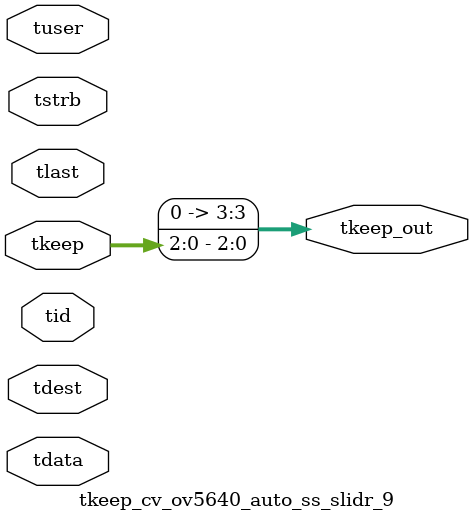
<source format=v>


`timescale 1ps/1ps

module tkeep_cv_ov5640_auto_ss_slidr_9 #
(
parameter C_S_AXIS_TDATA_WIDTH = 32,
parameter C_S_AXIS_TUSER_WIDTH = 0,
parameter C_S_AXIS_TID_WIDTH   = 0,
parameter C_S_AXIS_TDEST_WIDTH = 0,
parameter C_M_AXIS_TDATA_WIDTH = 32
)
(
input  [(C_S_AXIS_TDATA_WIDTH == 0 ? 1 : C_S_AXIS_TDATA_WIDTH)-1:0     ] tdata,
input  [(C_S_AXIS_TUSER_WIDTH == 0 ? 1 : C_S_AXIS_TUSER_WIDTH)-1:0     ] tuser,
input  [(C_S_AXIS_TID_WIDTH   == 0 ? 1 : C_S_AXIS_TID_WIDTH)-1:0       ] tid,
input  [(C_S_AXIS_TDEST_WIDTH == 0 ? 1 : C_S_AXIS_TDEST_WIDTH)-1:0     ] tdest,
input  [(C_S_AXIS_TDATA_WIDTH/8)-1:0 ] tkeep,
input  [(C_S_AXIS_TDATA_WIDTH/8)-1:0 ] tstrb,
input                                                                    tlast,
output [(C_M_AXIS_TDATA_WIDTH/8)-1:0 ] tkeep_out
);

assign tkeep_out = {tkeep[2:0]};

endmodule


</source>
